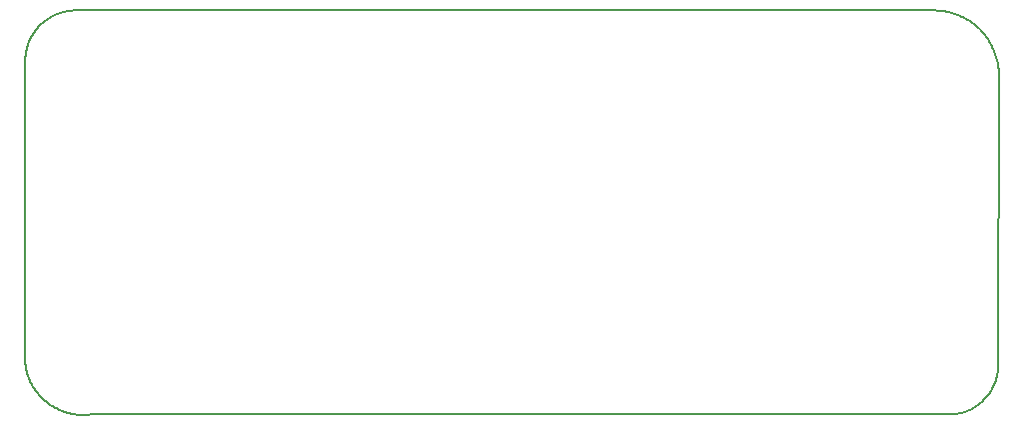
<source format=gko>
G75*
%MOIN*%
%OFA0B0*%
%FSLAX25Y25*%
%IPPOS*%
%LPD*%
%AMOC8*
5,1,8,0,0,1.08239X$1,22.5*
%
%ADD10C,0.00600*%
D10*
X0023311Y0030790D02*
X0309854Y0030790D01*
X0309855Y0030790D02*
X0310259Y0030797D01*
X0310663Y0030814D01*
X0311066Y0030840D01*
X0311469Y0030876D01*
X0311871Y0030922D01*
X0312271Y0030978D01*
X0312670Y0031043D01*
X0313067Y0031118D01*
X0313463Y0031202D01*
X0313856Y0031296D01*
X0314247Y0031400D01*
X0314635Y0031512D01*
X0315020Y0031635D01*
X0315402Y0031766D01*
X0315781Y0031907D01*
X0316157Y0032056D01*
X0316529Y0032215D01*
X0316897Y0032383D01*
X0317260Y0032559D01*
X0317619Y0032745D01*
X0317974Y0032939D01*
X0318324Y0033141D01*
X0318669Y0033352D01*
X0319009Y0033571D01*
X0319343Y0033798D01*
X0319672Y0034034D01*
X0319995Y0034277D01*
X0320312Y0034528D01*
X0320623Y0034786D01*
X0320927Y0035052D01*
X0321225Y0035325D01*
X0321516Y0035606D01*
X0321801Y0035893D01*
X0322078Y0036187D01*
X0322349Y0036488D01*
X0322611Y0036795D01*
X0322867Y0037108D01*
X0323115Y0037428D01*
X0323354Y0037753D01*
X0323586Y0038084D01*
X0323810Y0038421D01*
X0324026Y0038762D01*
X0324234Y0039109D01*
X0324433Y0039461D01*
X0324623Y0039818D01*
X0324805Y0040179D01*
X0324978Y0040544D01*
X0325142Y0040914D01*
X0325297Y0041287D01*
X0325443Y0041664D01*
X0325580Y0042045D01*
X0325708Y0042428D01*
X0325826Y0042815D01*
X0325935Y0043204D01*
X0326034Y0043596D01*
X0326125Y0043990D01*
X0326205Y0044386D01*
X0326276Y0044784D01*
X0326337Y0045184D01*
X0326389Y0045585D01*
X0326431Y0045987D01*
X0326463Y0046390D01*
X0326485Y0046793D01*
X0326498Y0047197D01*
X0326501Y0047602D01*
X0326500Y0047601D02*
X0326665Y0144086D01*
X0326665Y0144085D02*
X0326657Y0144619D01*
X0326636Y0145153D01*
X0326602Y0145686D01*
X0326555Y0146218D01*
X0326495Y0146748D01*
X0326422Y0147277D01*
X0326336Y0147804D01*
X0326236Y0148329D01*
X0326125Y0148851D01*
X0326000Y0149370D01*
X0325863Y0149886D01*
X0325713Y0150399D01*
X0325550Y0150908D01*
X0325375Y0151412D01*
X0325188Y0151912D01*
X0324988Y0152408D01*
X0324777Y0152898D01*
X0324553Y0153383D01*
X0324318Y0153862D01*
X0324071Y0154335D01*
X0323812Y0154803D01*
X0323542Y0155263D01*
X0323261Y0155717D01*
X0322969Y0156164D01*
X0322665Y0156604D01*
X0322351Y0157036D01*
X0322027Y0157460D01*
X0321692Y0157876D01*
X0321348Y0158284D01*
X0320993Y0158683D01*
X0320628Y0159073D01*
X0320255Y0159455D01*
X0319871Y0159827D01*
X0319479Y0160189D01*
X0319078Y0160542D01*
X0318669Y0160885D01*
X0318251Y0161217D01*
X0317825Y0161540D01*
X0317392Y0161852D01*
X0316951Y0162153D01*
X0316503Y0162443D01*
X0316047Y0162722D01*
X0315585Y0162989D01*
X0315117Y0163246D01*
X0314642Y0163491D01*
X0314162Y0163724D01*
X0313676Y0163945D01*
X0313184Y0164154D01*
X0312688Y0164351D01*
X0312187Y0164536D01*
X0311682Y0164708D01*
X0311172Y0164868D01*
X0310659Y0165016D01*
X0310142Y0165151D01*
X0309622Y0165273D01*
X0309100Y0165382D01*
X0308574Y0165479D01*
X0308047Y0165562D01*
X0307518Y0165633D01*
X0306987Y0165690D01*
X0306455Y0165735D01*
X0305922Y0165766D01*
X0305388Y0165785D01*
X0304854Y0165790D01*
X0018311Y0165790D01*
X0017900Y0165786D01*
X0017489Y0165772D01*
X0017078Y0165748D01*
X0016668Y0165714D01*
X0016259Y0165670D01*
X0015852Y0165616D01*
X0015445Y0165552D01*
X0015041Y0165478D01*
X0014638Y0165394D01*
X0014238Y0165301D01*
X0013840Y0165197D01*
X0013444Y0165084D01*
X0013052Y0164961D01*
X0012662Y0164828D01*
X0012276Y0164686D01*
X0011894Y0164535D01*
X0011516Y0164374D01*
X0011141Y0164204D01*
X0010771Y0164024D01*
X0010405Y0163836D01*
X0010044Y0163639D01*
X0009688Y0163433D01*
X0009337Y0163218D01*
X0008992Y0162995D01*
X0008652Y0162764D01*
X0008318Y0162524D01*
X0007990Y0162276D01*
X0007668Y0162020D01*
X0007352Y0161756D01*
X0007043Y0161484D01*
X0006741Y0161206D01*
X0006446Y0160919D01*
X0006158Y0160626D01*
X0005877Y0160325D01*
X0005603Y0160018D01*
X0005338Y0159704D01*
X0005080Y0159384D01*
X0004830Y0159057D01*
X0004588Y0158725D01*
X0004354Y0158386D01*
X0004128Y0158042D01*
X0003912Y0157693D01*
X0003703Y0157338D01*
X0003504Y0156979D01*
X0003313Y0156614D01*
X0003132Y0156245D01*
X0002959Y0155872D01*
X0002796Y0155494D01*
X0002642Y0155113D01*
X0002498Y0154728D01*
X0002363Y0154339D01*
X0002237Y0153947D01*
X0002121Y0153553D01*
X0002015Y0153155D01*
X0001919Y0152756D01*
X0001832Y0152353D01*
X0001756Y0151949D01*
X0001689Y0151543D01*
X0001633Y0151136D01*
X0001586Y0150727D01*
X0001549Y0150318D01*
X0001523Y0149907D01*
X0001506Y0149496D01*
X0001500Y0149085D01*
X0001500Y0149086D02*
X0001500Y0047601D01*
X0001566Y0047135D01*
X0001643Y0046671D01*
X0001732Y0046209D01*
X0001832Y0045749D01*
X0001942Y0045292D01*
X0002064Y0044837D01*
X0002197Y0044386D01*
X0002340Y0043937D01*
X0002495Y0043493D01*
X0002660Y0043052D01*
X0002835Y0042616D01*
X0003021Y0042184D01*
X0003218Y0041756D01*
X0003425Y0041333D01*
X0003642Y0040916D01*
X0003869Y0040504D01*
X0004105Y0040097D01*
X0004352Y0039696D01*
X0004608Y0039302D01*
X0004874Y0038913D01*
X0005149Y0038531D01*
X0005433Y0038156D01*
X0005726Y0037788D01*
X0006028Y0037427D01*
X0006339Y0037074D01*
X0006658Y0036728D01*
X0006985Y0036390D01*
X0007320Y0036060D01*
X0007664Y0035738D01*
X0008014Y0035424D01*
X0008373Y0035119D01*
X0008738Y0034823D01*
X0009111Y0034536D01*
X0009491Y0034258D01*
X0009877Y0033989D01*
X0010269Y0033729D01*
X0010668Y0033479D01*
X0011073Y0033239D01*
X0011483Y0033009D01*
X0011899Y0032788D01*
X0012320Y0032578D01*
X0012745Y0032378D01*
X0013176Y0032188D01*
X0013611Y0032009D01*
X0014050Y0031840D01*
X0014494Y0031682D01*
X0014941Y0031535D01*
X0015391Y0031399D01*
X0015844Y0031273D01*
X0016301Y0031159D01*
X0016760Y0031055D01*
X0017221Y0030963D01*
X0017685Y0030882D01*
X0018150Y0030812D01*
X0018617Y0030753D01*
X0019085Y0030706D01*
X0019554Y0030670D01*
X0020024Y0030645D01*
X0020495Y0030632D01*
X0020965Y0030630D01*
X0021436Y0030639D01*
X0021906Y0030660D01*
X0022375Y0030692D01*
X0022844Y0030735D01*
X0023311Y0030790D01*
M02*

</source>
